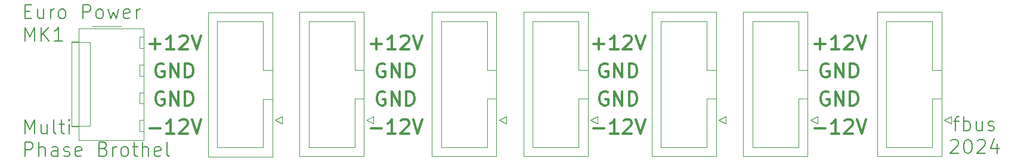
<source format=gbr>
%TF.GenerationSoftware,KiCad,Pcbnew,8.0.4*%
%TF.CreationDate,2024-08-26T11:17:31-06:00*%
%TF.ProjectId,modular-power-board,6d6f6475-6c61-4722-9d70-6f7765722d62,Mk One*%
%TF.SameCoordinates,Original*%
%TF.FileFunction,Legend,Top*%
%TF.FilePolarity,Positive*%
%FSLAX46Y46*%
G04 Gerber Fmt 4.6, Leading zero omitted, Abs format (unit mm)*
G04 Created by KiCad (PCBNEW 8.0.4) date 2024-08-26 11:17:31*
%MOMM*%
%LPD*%
G01*
G04 APERTURE LIST*
%ADD10C,0.150000*%
%ADD11C,0.300000*%
%ADD12C,0.120000*%
G04 APERTURE END LIST*
D10*
X71774874Y-109507494D02*
X71774874Y-107507494D01*
X71774874Y-107507494D02*
X72441541Y-108936065D01*
X72441541Y-108936065D02*
X73108207Y-107507494D01*
X73108207Y-107507494D02*
X73108207Y-109507494D01*
X74917731Y-108174160D02*
X74917731Y-109507494D01*
X74060588Y-108174160D02*
X74060588Y-109221779D01*
X74060588Y-109221779D02*
X74155826Y-109412256D01*
X74155826Y-109412256D02*
X74346302Y-109507494D01*
X74346302Y-109507494D02*
X74632017Y-109507494D01*
X74632017Y-109507494D02*
X74822493Y-109412256D01*
X74822493Y-109412256D02*
X74917731Y-109317017D01*
X76155826Y-109507494D02*
X75965350Y-109412256D01*
X75965350Y-109412256D02*
X75870112Y-109221779D01*
X75870112Y-109221779D02*
X75870112Y-107507494D01*
X76632017Y-108174160D02*
X77393921Y-108174160D01*
X76917731Y-107507494D02*
X76917731Y-109221779D01*
X76917731Y-109221779D02*
X77012969Y-109412256D01*
X77012969Y-109412256D02*
X77203445Y-109507494D01*
X77203445Y-109507494D02*
X77393921Y-109507494D01*
X78060588Y-109507494D02*
X78060588Y-108174160D01*
X78060588Y-107507494D02*
X77965350Y-107602732D01*
X77965350Y-107602732D02*
X78060588Y-107697970D01*
X78060588Y-107697970D02*
X78155826Y-107602732D01*
X78155826Y-107602732D02*
X78060588Y-107507494D01*
X78060588Y-107507494D02*
X78060588Y-107697970D01*
X71774874Y-112727382D02*
X71774874Y-110727382D01*
X71774874Y-110727382D02*
X72536779Y-110727382D01*
X72536779Y-110727382D02*
X72727255Y-110822620D01*
X72727255Y-110822620D02*
X72822493Y-110917858D01*
X72822493Y-110917858D02*
X72917731Y-111108334D01*
X72917731Y-111108334D02*
X72917731Y-111394048D01*
X72917731Y-111394048D02*
X72822493Y-111584524D01*
X72822493Y-111584524D02*
X72727255Y-111679763D01*
X72727255Y-111679763D02*
X72536779Y-111775001D01*
X72536779Y-111775001D02*
X71774874Y-111775001D01*
X73774874Y-112727382D02*
X73774874Y-110727382D01*
X74632017Y-112727382D02*
X74632017Y-111679763D01*
X74632017Y-111679763D02*
X74536779Y-111489286D01*
X74536779Y-111489286D02*
X74346303Y-111394048D01*
X74346303Y-111394048D02*
X74060588Y-111394048D01*
X74060588Y-111394048D02*
X73870112Y-111489286D01*
X73870112Y-111489286D02*
X73774874Y-111584524D01*
X76441541Y-112727382D02*
X76441541Y-111679763D01*
X76441541Y-111679763D02*
X76346303Y-111489286D01*
X76346303Y-111489286D02*
X76155827Y-111394048D01*
X76155827Y-111394048D02*
X75774874Y-111394048D01*
X75774874Y-111394048D02*
X75584398Y-111489286D01*
X76441541Y-112632144D02*
X76251065Y-112727382D01*
X76251065Y-112727382D02*
X75774874Y-112727382D01*
X75774874Y-112727382D02*
X75584398Y-112632144D01*
X75584398Y-112632144D02*
X75489160Y-112441667D01*
X75489160Y-112441667D02*
X75489160Y-112251191D01*
X75489160Y-112251191D02*
X75584398Y-112060715D01*
X75584398Y-112060715D02*
X75774874Y-111965477D01*
X75774874Y-111965477D02*
X76251065Y-111965477D01*
X76251065Y-111965477D02*
X76441541Y-111870239D01*
X77298684Y-112632144D02*
X77489160Y-112727382D01*
X77489160Y-112727382D02*
X77870112Y-112727382D01*
X77870112Y-112727382D02*
X78060589Y-112632144D01*
X78060589Y-112632144D02*
X78155827Y-112441667D01*
X78155827Y-112441667D02*
X78155827Y-112346429D01*
X78155827Y-112346429D02*
X78060589Y-112155953D01*
X78060589Y-112155953D02*
X77870112Y-112060715D01*
X77870112Y-112060715D02*
X77584398Y-112060715D01*
X77584398Y-112060715D02*
X77393922Y-111965477D01*
X77393922Y-111965477D02*
X77298684Y-111775001D01*
X77298684Y-111775001D02*
X77298684Y-111679763D01*
X77298684Y-111679763D02*
X77393922Y-111489286D01*
X77393922Y-111489286D02*
X77584398Y-111394048D01*
X77584398Y-111394048D02*
X77870112Y-111394048D01*
X77870112Y-111394048D02*
X78060589Y-111489286D01*
X79774875Y-112632144D02*
X79584399Y-112727382D01*
X79584399Y-112727382D02*
X79203446Y-112727382D01*
X79203446Y-112727382D02*
X79012970Y-112632144D01*
X79012970Y-112632144D02*
X78917732Y-112441667D01*
X78917732Y-112441667D02*
X78917732Y-111679763D01*
X78917732Y-111679763D02*
X79012970Y-111489286D01*
X79012970Y-111489286D02*
X79203446Y-111394048D01*
X79203446Y-111394048D02*
X79584399Y-111394048D01*
X79584399Y-111394048D02*
X79774875Y-111489286D01*
X79774875Y-111489286D02*
X79870113Y-111679763D01*
X79870113Y-111679763D02*
X79870113Y-111870239D01*
X79870113Y-111870239D02*
X78917732Y-112060715D01*
X82917733Y-111679763D02*
X83203447Y-111775001D01*
X83203447Y-111775001D02*
X83298685Y-111870239D01*
X83298685Y-111870239D02*
X83393923Y-112060715D01*
X83393923Y-112060715D02*
X83393923Y-112346429D01*
X83393923Y-112346429D02*
X83298685Y-112536905D01*
X83298685Y-112536905D02*
X83203447Y-112632144D01*
X83203447Y-112632144D02*
X83012971Y-112727382D01*
X83012971Y-112727382D02*
X82251066Y-112727382D01*
X82251066Y-112727382D02*
X82251066Y-110727382D01*
X82251066Y-110727382D02*
X82917733Y-110727382D01*
X82917733Y-110727382D02*
X83108209Y-110822620D01*
X83108209Y-110822620D02*
X83203447Y-110917858D01*
X83203447Y-110917858D02*
X83298685Y-111108334D01*
X83298685Y-111108334D02*
X83298685Y-111298810D01*
X83298685Y-111298810D02*
X83203447Y-111489286D01*
X83203447Y-111489286D02*
X83108209Y-111584524D01*
X83108209Y-111584524D02*
X82917733Y-111679763D01*
X82917733Y-111679763D02*
X82251066Y-111679763D01*
X84251066Y-112727382D02*
X84251066Y-111394048D01*
X84251066Y-111775001D02*
X84346304Y-111584524D01*
X84346304Y-111584524D02*
X84441542Y-111489286D01*
X84441542Y-111489286D02*
X84632018Y-111394048D01*
X84632018Y-111394048D02*
X84822495Y-111394048D01*
X85774875Y-112727382D02*
X85584399Y-112632144D01*
X85584399Y-112632144D02*
X85489161Y-112536905D01*
X85489161Y-112536905D02*
X85393923Y-112346429D01*
X85393923Y-112346429D02*
X85393923Y-111775001D01*
X85393923Y-111775001D02*
X85489161Y-111584524D01*
X85489161Y-111584524D02*
X85584399Y-111489286D01*
X85584399Y-111489286D02*
X85774875Y-111394048D01*
X85774875Y-111394048D02*
X86060590Y-111394048D01*
X86060590Y-111394048D02*
X86251066Y-111489286D01*
X86251066Y-111489286D02*
X86346304Y-111584524D01*
X86346304Y-111584524D02*
X86441542Y-111775001D01*
X86441542Y-111775001D02*
X86441542Y-112346429D01*
X86441542Y-112346429D02*
X86346304Y-112536905D01*
X86346304Y-112536905D02*
X86251066Y-112632144D01*
X86251066Y-112632144D02*
X86060590Y-112727382D01*
X86060590Y-112727382D02*
X85774875Y-112727382D01*
X87012971Y-111394048D02*
X87774875Y-111394048D01*
X87298685Y-110727382D02*
X87298685Y-112441667D01*
X87298685Y-112441667D02*
X87393923Y-112632144D01*
X87393923Y-112632144D02*
X87584399Y-112727382D01*
X87584399Y-112727382D02*
X87774875Y-112727382D01*
X88441542Y-112727382D02*
X88441542Y-110727382D01*
X89298685Y-112727382D02*
X89298685Y-111679763D01*
X89298685Y-111679763D02*
X89203447Y-111489286D01*
X89203447Y-111489286D02*
X89012971Y-111394048D01*
X89012971Y-111394048D02*
X88727256Y-111394048D01*
X88727256Y-111394048D02*
X88536780Y-111489286D01*
X88536780Y-111489286D02*
X88441542Y-111584524D01*
X91012971Y-112632144D02*
X90822495Y-112727382D01*
X90822495Y-112727382D02*
X90441542Y-112727382D01*
X90441542Y-112727382D02*
X90251066Y-112632144D01*
X90251066Y-112632144D02*
X90155828Y-112441667D01*
X90155828Y-112441667D02*
X90155828Y-111679763D01*
X90155828Y-111679763D02*
X90251066Y-111489286D01*
X90251066Y-111489286D02*
X90441542Y-111394048D01*
X90441542Y-111394048D02*
X90822495Y-111394048D01*
X90822495Y-111394048D02*
X91012971Y-111489286D01*
X91012971Y-111489286D02*
X91108209Y-111679763D01*
X91108209Y-111679763D02*
X91108209Y-111870239D01*
X91108209Y-111870239D02*
X90155828Y-112060715D01*
X92251066Y-112727382D02*
X92060590Y-112632144D01*
X92060590Y-112632144D02*
X91965352Y-112441667D01*
X91965352Y-112441667D02*
X91965352Y-110727382D01*
X203600000Y-107774160D02*
X204361904Y-107774160D01*
X203885714Y-109107494D02*
X203885714Y-107393208D01*
X203885714Y-107393208D02*
X203980952Y-107202732D01*
X203980952Y-107202732D02*
X204171428Y-107107494D01*
X204171428Y-107107494D02*
X204361904Y-107107494D01*
X205028571Y-109107494D02*
X205028571Y-107107494D01*
X205028571Y-107869398D02*
X205219047Y-107774160D01*
X205219047Y-107774160D02*
X205600000Y-107774160D01*
X205600000Y-107774160D02*
X205790476Y-107869398D01*
X205790476Y-107869398D02*
X205885714Y-107964636D01*
X205885714Y-107964636D02*
X205980952Y-108155113D01*
X205980952Y-108155113D02*
X205980952Y-108726541D01*
X205980952Y-108726541D02*
X205885714Y-108917017D01*
X205885714Y-108917017D02*
X205790476Y-109012256D01*
X205790476Y-109012256D02*
X205600000Y-109107494D01*
X205600000Y-109107494D02*
X205219047Y-109107494D01*
X205219047Y-109107494D02*
X205028571Y-109012256D01*
X207695238Y-107774160D02*
X207695238Y-109107494D01*
X206838095Y-107774160D02*
X206838095Y-108821779D01*
X206838095Y-108821779D02*
X206933333Y-109012256D01*
X206933333Y-109012256D02*
X207123809Y-109107494D01*
X207123809Y-109107494D02*
X207409524Y-109107494D01*
X207409524Y-109107494D02*
X207600000Y-109012256D01*
X207600000Y-109012256D02*
X207695238Y-108917017D01*
X208552381Y-109012256D02*
X208742857Y-109107494D01*
X208742857Y-109107494D02*
X209123809Y-109107494D01*
X209123809Y-109107494D02*
X209314286Y-109012256D01*
X209314286Y-109012256D02*
X209409524Y-108821779D01*
X209409524Y-108821779D02*
X209409524Y-108726541D01*
X209409524Y-108726541D02*
X209314286Y-108536065D01*
X209314286Y-108536065D02*
X209123809Y-108440827D01*
X209123809Y-108440827D02*
X208838095Y-108440827D01*
X208838095Y-108440827D02*
X208647619Y-108345589D01*
X208647619Y-108345589D02*
X208552381Y-108155113D01*
X208552381Y-108155113D02*
X208552381Y-108059875D01*
X208552381Y-108059875D02*
X208647619Y-107869398D01*
X208647619Y-107869398D02*
X208838095Y-107774160D01*
X208838095Y-107774160D02*
X209123809Y-107774160D01*
X209123809Y-107774160D02*
X209314286Y-107869398D01*
X203171428Y-110517858D02*
X203266666Y-110422620D01*
X203266666Y-110422620D02*
X203457142Y-110327382D01*
X203457142Y-110327382D02*
X203933333Y-110327382D01*
X203933333Y-110327382D02*
X204123809Y-110422620D01*
X204123809Y-110422620D02*
X204219047Y-110517858D01*
X204219047Y-110517858D02*
X204314285Y-110708334D01*
X204314285Y-110708334D02*
X204314285Y-110898810D01*
X204314285Y-110898810D02*
X204219047Y-111184524D01*
X204219047Y-111184524D02*
X203076190Y-112327382D01*
X203076190Y-112327382D02*
X204314285Y-112327382D01*
X205552380Y-110327382D02*
X205742857Y-110327382D01*
X205742857Y-110327382D02*
X205933333Y-110422620D01*
X205933333Y-110422620D02*
X206028571Y-110517858D01*
X206028571Y-110517858D02*
X206123809Y-110708334D01*
X206123809Y-110708334D02*
X206219047Y-111089286D01*
X206219047Y-111089286D02*
X206219047Y-111565477D01*
X206219047Y-111565477D02*
X206123809Y-111946429D01*
X206123809Y-111946429D02*
X206028571Y-112136905D01*
X206028571Y-112136905D02*
X205933333Y-112232144D01*
X205933333Y-112232144D02*
X205742857Y-112327382D01*
X205742857Y-112327382D02*
X205552380Y-112327382D01*
X205552380Y-112327382D02*
X205361904Y-112232144D01*
X205361904Y-112232144D02*
X205266666Y-112136905D01*
X205266666Y-112136905D02*
X205171428Y-111946429D01*
X205171428Y-111946429D02*
X205076190Y-111565477D01*
X205076190Y-111565477D02*
X205076190Y-111089286D01*
X205076190Y-111089286D02*
X205171428Y-110708334D01*
X205171428Y-110708334D02*
X205266666Y-110517858D01*
X205266666Y-110517858D02*
X205361904Y-110422620D01*
X205361904Y-110422620D02*
X205552380Y-110327382D01*
X206980952Y-110517858D02*
X207076190Y-110422620D01*
X207076190Y-110422620D02*
X207266666Y-110327382D01*
X207266666Y-110327382D02*
X207742857Y-110327382D01*
X207742857Y-110327382D02*
X207933333Y-110422620D01*
X207933333Y-110422620D02*
X208028571Y-110517858D01*
X208028571Y-110517858D02*
X208123809Y-110708334D01*
X208123809Y-110708334D02*
X208123809Y-110898810D01*
X208123809Y-110898810D02*
X208028571Y-111184524D01*
X208028571Y-111184524D02*
X206885714Y-112327382D01*
X206885714Y-112327382D02*
X208123809Y-112327382D01*
X209838095Y-110994048D02*
X209838095Y-112327382D01*
X209361904Y-110232144D02*
X208885714Y-111660715D01*
X208885714Y-111660715D02*
X210123809Y-111660715D01*
D11*
X120876190Y-108747733D02*
X122400000Y-108747733D01*
X124399999Y-109509638D02*
X123257142Y-109509638D01*
X123828570Y-109509638D02*
X123828570Y-107509638D01*
X123828570Y-107509638D02*
X123638094Y-107795352D01*
X123638094Y-107795352D02*
X123447618Y-107985828D01*
X123447618Y-107985828D02*
X123257142Y-108081066D01*
X125161904Y-107700114D02*
X125257142Y-107604876D01*
X125257142Y-107604876D02*
X125447618Y-107509638D01*
X125447618Y-107509638D02*
X125923809Y-107509638D01*
X125923809Y-107509638D02*
X126114285Y-107604876D01*
X126114285Y-107604876D02*
X126209523Y-107700114D01*
X126209523Y-107700114D02*
X126304761Y-107890590D01*
X126304761Y-107890590D02*
X126304761Y-108081066D01*
X126304761Y-108081066D02*
X126209523Y-108366780D01*
X126209523Y-108366780D02*
X125066666Y-109509638D01*
X125066666Y-109509638D02*
X126304761Y-109509638D01*
X126876190Y-107509638D02*
X127542856Y-109509638D01*
X127542856Y-109509638D02*
X128209523Y-107509638D01*
X122876190Y-99604876D02*
X122685714Y-99509638D01*
X122685714Y-99509638D02*
X122400000Y-99509638D01*
X122400000Y-99509638D02*
X122114285Y-99604876D01*
X122114285Y-99604876D02*
X121923809Y-99795352D01*
X121923809Y-99795352D02*
X121828571Y-99985828D01*
X121828571Y-99985828D02*
X121733333Y-100366780D01*
X121733333Y-100366780D02*
X121733333Y-100652495D01*
X121733333Y-100652495D02*
X121828571Y-101033447D01*
X121828571Y-101033447D02*
X121923809Y-101223923D01*
X121923809Y-101223923D02*
X122114285Y-101414400D01*
X122114285Y-101414400D02*
X122400000Y-101509638D01*
X122400000Y-101509638D02*
X122590476Y-101509638D01*
X122590476Y-101509638D02*
X122876190Y-101414400D01*
X122876190Y-101414400D02*
X122971428Y-101319161D01*
X122971428Y-101319161D02*
X122971428Y-100652495D01*
X122971428Y-100652495D02*
X122590476Y-100652495D01*
X123828571Y-101509638D02*
X123828571Y-99509638D01*
X123828571Y-99509638D02*
X124971428Y-101509638D01*
X124971428Y-101509638D02*
X124971428Y-99509638D01*
X125923809Y-101509638D02*
X125923809Y-99509638D01*
X125923809Y-99509638D02*
X126399999Y-99509638D01*
X126399999Y-99509638D02*
X126685714Y-99604876D01*
X126685714Y-99604876D02*
X126876190Y-99795352D01*
X126876190Y-99795352D02*
X126971428Y-99985828D01*
X126971428Y-99985828D02*
X127066666Y-100366780D01*
X127066666Y-100366780D02*
X127066666Y-100652495D01*
X127066666Y-100652495D02*
X126971428Y-101033447D01*
X126971428Y-101033447D02*
X126876190Y-101223923D01*
X126876190Y-101223923D02*
X126685714Y-101414400D01*
X126685714Y-101414400D02*
X126399999Y-101509638D01*
X126399999Y-101509638D02*
X125923809Y-101509638D01*
X89476190Y-96747733D02*
X91000000Y-96747733D01*
X90238095Y-97509638D02*
X90238095Y-95985828D01*
X92999999Y-97509638D02*
X91857142Y-97509638D01*
X92428570Y-97509638D02*
X92428570Y-95509638D01*
X92428570Y-95509638D02*
X92238094Y-95795352D01*
X92238094Y-95795352D02*
X92047618Y-95985828D01*
X92047618Y-95985828D02*
X91857142Y-96081066D01*
X93761904Y-95700114D02*
X93857142Y-95604876D01*
X93857142Y-95604876D02*
X94047618Y-95509638D01*
X94047618Y-95509638D02*
X94523809Y-95509638D01*
X94523809Y-95509638D02*
X94714285Y-95604876D01*
X94714285Y-95604876D02*
X94809523Y-95700114D01*
X94809523Y-95700114D02*
X94904761Y-95890590D01*
X94904761Y-95890590D02*
X94904761Y-96081066D01*
X94904761Y-96081066D02*
X94809523Y-96366780D01*
X94809523Y-96366780D02*
X93666666Y-97509638D01*
X93666666Y-97509638D02*
X94904761Y-97509638D01*
X95476190Y-95509638D02*
X96142856Y-97509638D01*
X96142856Y-97509638D02*
X96809523Y-95509638D01*
X185876190Y-99604876D02*
X185685714Y-99509638D01*
X185685714Y-99509638D02*
X185400000Y-99509638D01*
X185400000Y-99509638D02*
X185114285Y-99604876D01*
X185114285Y-99604876D02*
X184923809Y-99795352D01*
X184923809Y-99795352D02*
X184828571Y-99985828D01*
X184828571Y-99985828D02*
X184733333Y-100366780D01*
X184733333Y-100366780D02*
X184733333Y-100652495D01*
X184733333Y-100652495D02*
X184828571Y-101033447D01*
X184828571Y-101033447D02*
X184923809Y-101223923D01*
X184923809Y-101223923D02*
X185114285Y-101414400D01*
X185114285Y-101414400D02*
X185400000Y-101509638D01*
X185400000Y-101509638D02*
X185590476Y-101509638D01*
X185590476Y-101509638D02*
X185876190Y-101414400D01*
X185876190Y-101414400D02*
X185971428Y-101319161D01*
X185971428Y-101319161D02*
X185971428Y-100652495D01*
X185971428Y-100652495D02*
X185590476Y-100652495D01*
X186828571Y-101509638D02*
X186828571Y-99509638D01*
X186828571Y-99509638D02*
X187971428Y-101509638D01*
X187971428Y-101509638D02*
X187971428Y-99509638D01*
X188923809Y-101509638D02*
X188923809Y-99509638D01*
X188923809Y-99509638D02*
X189399999Y-99509638D01*
X189399999Y-99509638D02*
X189685714Y-99604876D01*
X189685714Y-99604876D02*
X189876190Y-99795352D01*
X189876190Y-99795352D02*
X189971428Y-99985828D01*
X189971428Y-99985828D02*
X190066666Y-100366780D01*
X190066666Y-100366780D02*
X190066666Y-100652495D01*
X190066666Y-100652495D02*
X189971428Y-101033447D01*
X189971428Y-101033447D02*
X189876190Y-101223923D01*
X189876190Y-101223923D02*
X189685714Y-101414400D01*
X189685714Y-101414400D02*
X189399999Y-101509638D01*
X189399999Y-101509638D02*
X188923809Y-101509638D01*
X154476190Y-99604876D02*
X154285714Y-99509638D01*
X154285714Y-99509638D02*
X154000000Y-99509638D01*
X154000000Y-99509638D02*
X153714285Y-99604876D01*
X153714285Y-99604876D02*
X153523809Y-99795352D01*
X153523809Y-99795352D02*
X153428571Y-99985828D01*
X153428571Y-99985828D02*
X153333333Y-100366780D01*
X153333333Y-100366780D02*
X153333333Y-100652495D01*
X153333333Y-100652495D02*
X153428571Y-101033447D01*
X153428571Y-101033447D02*
X153523809Y-101223923D01*
X153523809Y-101223923D02*
X153714285Y-101414400D01*
X153714285Y-101414400D02*
X154000000Y-101509638D01*
X154000000Y-101509638D02*
X154190476Y-101509638D01*
X154190476Y-101509638D02*
X154476190Y-101414400D01*
X154476190Y-101414400D02*
X154571428Y-101319161D01*
X154571428Y-101319161D02*
X154571428Y-100652495D01*
X154571428Y-100652495D02*
X154190476Y-100652495D01*
X155428571Y-101509638D02*
X155428571Y-99509638D01*
X155428571Y-99509638D02*
X156571428Y-101509638D01*
X156571428Y-101509638D02*
X156571428Y-99509638D01*
X157523809Y-101509638D02*
X157523809Y-99509638D01*
X157523809Y-99509638D02*
X157999999Y-99509638D01*
X157999999Y-99509638D02*
X158285714Y-99604876D01*
X158285714Y-99604876D02*
X158476190Y-99795352D01*
X158476190Y-99795352D02*
X158571428Y-99985828D01*
X158571428Y-99985828D02*
X158666666Y-100366780D01*
X158666666Y-100366780D02*
X158666666Y-100652495D01*
X158666666Y-100652495D02*
X158571428Y-101033447D01*
X158571428Y-101033447D02*
X158476190Y-101223923D01*
X158476190Y-101223923D02*
X158285714Y-101414400D01*
X158285714Y-101414400D02*
X157999999Y-101509638D01*
X157999999Y-101509638D02*
X157523809Y-101509638D01*
X91476190Y-103604876D02*
X91285714Y-103509638D01*
X91285714Y-103509638D02*
X91000000Y-103509638D01*
X91000000Y-103509638D02*
X90714285Y-103604876D01*
X90714285Y-103604876D02*
X90523809Y-103795352D01*
X90523809Y-103795352D02*
X90428571Y-103985828D01*
X90428571Y-103985828D02*
X90333333Y-104366780D01*
X90333333Y-104366780D02*
X90333333Y-104652495D01*
X90333333Y-104652495D02*
X90428571Y-105033447D01*
X90428571Y-105033447D02*
X90523809Y-105223923D01*
X90523809Y-105223923D02*
X90714285Y-105414400D01*
X90714285Y-105414400D02*
X91000000Y-105509638D01*
X91000000Y-105509638D02*
X91190476Y-105509638D01*
X91190476Y-105509638D02*
X91476190Y-105414400D01*
X91476190Y-105414400D02*
X91571428Y-105319161D01*
X91571428Y-105319161D02*
X91571428Y-104652495D01*
X91571428Y-104652495D02*
X91190476Y-104652495D01*
X92428571Y-105509638D02*
X92428571Y-103509638D01*
X92428571Y-103509638D02*
X93571428Y-105509638D01*
X93571428Y-105509638D02*
X93571428Y-103509638D01*
X94523809Y-105509638D02*
X94523809Y-103509638D01*
X94523809Y-103509638D02*
X94999999Y-103509638D01*
X94999999Y-103509638D02*
X95285714Y-103604876D01*
X95285714Y-103604876D02*
X95476190Y-103795352D01*
X95476190Y-103795352D02*
X95571428Y-103985828D01*
X95571428Y-103985828D02*
X95666666Y-104366780D01*
X95666666Y-104366780D02*
X95666666Y-104652495D01*
X95666666Y-104652495D02*
X95571428Y-105033447D01*
X95571428Y-105033447D02*
X95476190Y-105223923D01*
X95476190Y-105223923D02*
X95285714Y-105414400D01*
X95285714Y-105414400D02*
X94999999Y-105509638D01*
X94999999Y-105509638D02*
X94523809Y-105509638D01*
X183876190Y-108747733D02*
X185400000Y-108747733D01*
X187399999Y-109509638D02*
X186257142Y-109509638D01*
X186828570Y-109509638D02*
X186828570Y-107509638D01*
X186828570Y-107509638D02*
X186638094Y-107795352D01*
X186638094Y-107795352D02*
X186447618Y-107985828D01*
X186447618Y-107985828D02*
X186257142Y-108081066D01*
X188161904Y-107700114D02*
X188257142Y-107604876D01*
X188257142Y-107604876D02*
X188447618Y-107509638D01*
X188447618Y-107509638D02*
X188923809Y-107509638D01*
X188923809Y-107509638D02*
X189114285Y-107604876D01*
X189114285Y-107604876D02*
X189209523Y-107700114D01*
X189209523Y-107700114D02*
X189304761Y-107890590D01*
X189304761Y-107890590D02*
X189304761Y-108081066D01*
X189304761Y-108081066D02*
X189209523Y-108366780D01*
X189209523Y-108366780D02*
X188066666Y-109509638D01*
X188066666Y-109509638D02*
X189304761Y-109509638D01*
X189876190Y-107509638D02*
X190542856Y-109509638D01*
X190542856Y-109509638D02*
X191209523Y-107509638D01*
X183876190Y-96747733D02*
X185400000Y-96747733D01*
X184638095Y-97509638D02*
X184638095Y-95985828D01*
X187399999Y-97509638D02*
X186257142Y-97509638D01*
X186828570Y-97509638D02*
X186828570Y-95509638D01*
X186828570Y-95509638D02*
X186638094Y-95795352D01*
X186638094Y-95795352D02*
X186447618Y-95985828D01*
X186447618Y-95985828D02*
X186257142Y-96081066D01*
X188161904Y-95700114D02*
X188257142Y-95604876D01*
X188257142Y-95604876D02*
X188447618Y-95509638D01*
X188447618Y-95509638D02*
X188923809Y-95509638D01*
X188923809Y-95509638D02*
X189114285Y-95604876D01*
X189114285Y-95604876D02*
X189209523Y-95700114D01*
X189209523Y-95700114D02*
X189304761Y-95890590D01*
X189304761Y-95890590D02*
X189304761Y-96081066D01*
X189304761Y-96081066D02*
X189209523Y-96366780D01*
X189209523Y-96366780D02*
X188066666Y-97509638D01*
X188066666Y-97509638D02*
X189304761Y-97509638D01*
X189876190Y-95509638D02*
X190542856Y-97509638D01*
X190542856Y-97509638D02*
X191209523Y-95509638D01*
X152476190Y-96747733D02*
X154000000Y-96747733D01*
X153238095Y-97509638D02*
X153238095Y-95985828D01*
X155999999Y-97509638D02*
X154857142Y-97509638D01*
X155428570Y-97509638D02*
X155428570Y-95509638D01*
X155428570Y-95509638D02*
X155238094Y-95795352D01*
X155238094Y-95795352D02*
X155047618Y-95985828D01*
X155047618Y-95985828D02*
X154857142Y-96081066D01*
X156761904Y-95700114D02*
X156857142Y-95604876D01*
X156857142Y-95604876D02*
X157047618Y-95509638D01*
X157047618Y-95509638D02*
X157523809Y-95509638D01*
X157523809Y-95509638D02*
X157714285Y-95604876D01*
X157714285Y-95604876D02*
X157809523Y-95700114D01*
X157809523Y-95700114D02*
X157904761Y-95890590D01*
X157904761Y-95890590D02*
X157904761Y-96081066D01*
X157904761Y-96081066D02*
X157809523Y-96366780D01*
X157809523Y-96366780D02*
X156666666Y-97509638D01*
X156666666Y-97509638D02*
X157904761Y-97509638D01*
X158476190Y-95509638D02*
X159142856Y-97509638D01*
X159142856Y-97509638D02*
X159809523Y-95509638D01*
X120876190Y-96747733D02*
X122400000Y-96747733D01*
X121638095Y-97509638D02*
X121638095Y-95985828D01*
X124399999Y-97509638D02*
X123257142Y-97509638D01*
X123828570Y-97509638D02*
X123828570Y-95509638D01*
X123828570Y-95509638D02*
X123638094Y-95795352D01*
X123638094Y-95795352D02*
X123447618Y-95985828D01*
X123447618Y-95985828D02*
X123257142Y-96081066D01*
X125161904Y-95700114D02*
X125257142Y-95604876D01*
X125257142Y-95604876D02*
X125447618Y-95509638D01*
X125447618Y-95509638D02*
X125923809Y-95509638D01*
X125923809Y-95509638D02*
X126114285Y-95604876D01*
X126114285Y-95604876D02*
X126209523Y-95700114D01*
X126209523Y-95700114D02*
X126304761Y-95890590D01*
X126304761Y-95890590D02*
X126304761Y-96081066D01*
X126304761Y-96081066D02*
X126209523Y-96366780D01*
X126209523Y-96366780D02*
X125066666Y-97509638D01*
X125066666Y-97509638D02*
X126304761Y-97509638D01*
X126876190Y-95509638D02*
X127542856Y-97509638D01*
X127542856Y-97509638D02*
X128209523Y-95509638D01*
X122876190Y-103604876D02*
X122685714Y-103509638D01*
X122685714Y-103509638D02*
X122400000Y-103509638D01*
X122400000Y-103509638D02*
X122114285Y-103604876D01*
X122114285Y-103604876D02*
X121923809Y-103795352D01*
X121923809Y-103795352D02*
X121828571Y-103985828D01*
X121828571Y-103985828D02*
X121733333Y-104366780D01*
X121733333Y-104366780D02*
X121733333Y-104652495D01*
X121733333Y-104652495D02*
X121828571Y-105033447D01*
X121828571Y-105033447D02*
X121923809Y-105223923D01*
X121923809Y-105223923D02*
X122114285Y-105414400D01*
X122114285Y-105414400D02*
X122400000Y-105509638D01*
X122400000Y-105509638D02*
X122590476Y-105509638D01*
X122590476Y-105509638D02*
X122876190Y-105414400D01*
X122876190Y-105414400D02*
X122971428Y-105319161D01*
X122971428Y-105319161D02*
X122971428Y-104652495D01*
X122971428Y-104652495D02*
X122590476Y-104652495D01*
X123828571Y-105509638D02*
X123828571Y-103509638D01*
X123828571Y-103509638D02*
X124971428Y-105509638D01*
X124971428Y-105509638D02*
X124971428Y-103509638D01*
X125923809Y-105509638D02*
X125923809Y-103509638D01*
X125923809Y-103509638D02*
X126399999Y-103509638D01*
X126399999Y-103509638D02*
X126685714Y-103604876D01*
X126685714Y-103604876D02*
X126876190Y-103795352D01*
X126876190Y-103795352D02*
X126971428Y-103985828D01*
X126971428Y-103985828D02*
X127066666Y-104366780D01*
X127066666Y-104366780D02*
X127066666Y-104652495D01*
X127066666Y-104652495D02*
X126971428Y-105033447D01*
X126971428Y-105033447D02*
X126876190Y-105223923D01*
X126876190Y-105223923D02*
X126685714Y-105414400D01*
X126685714Y-105414400D02*
X126399999Y-105509638D01*
X126399999Y-105509638D02*
X125923809Y-105509638D01*
X89476190Y-108747733D02*
X91000000Y-108747733D01*
X92999999Y-109509638D02*
X91857142Y-109509638D01*
X92428570Y-109509638D02*
X92428570Y-107509638D01*
X92428570Y-107509638D02*
X92238094Y-107795352D01*
X92238094Y-107795352D02*
X92047618Y-107985828D01*
X92047618Y-107985828D02*
X91857142Y-108081066D01*
X93761904Y-107700114D02*
X93857142Y-107604876D01*
X93857142Y-107604876D02*
X94047618Y-107509638D01*
X94047618Y-107509638D02*
X94523809Y-107509638D01*
X94523809Y-107509638D02*
X94714285Y-107604876D01*
X94714285Y-107604876D02*
X94809523Y-107700114D01*
X94809523Y-107700114D02*
X94904761Y-107890590D01*
X94904761Y-107890590D02*
X94904761Y-108081066D01*
X94904761Y-108081066D02*
X94809523Y-108366780D01*
X94809523Y-108366780D02*
X93666666Y-109509638D01*
X93666666Y-109509638D02*
X94904761Y-109509638D01*
X95476190Y-107509638D02*
X96142856Y-109509638D01*
X96142856Y-109509638D02*
X96809523Y-107509638D01*
X154476190Y-103604876D02*
X154285714Y-103509638D01*
X154285714Y-103509638D02*
X154000000Y-103509638D01*
X154000000Y-103509638D02*
X153714285Y-103604876D01*
X153714285Y-103604876D02*
X153523809Y-103795352D01*
X153523809Y-103795352D02*
X153428571Y-103985828D01*
X153428571Y-103985828D02*
X153333333Y-104366780D01*
X153333333Y-104366780D02*
X153333333Y-104652495D01*
X153333333Y-104652495D02*
X153428571Y-105033447D01*
X153428571Y-105033447D02*
X153523809Y-105223923D01*
X153523809Y-105223923D02*
X153714285Y-105414400D01*
X153714285Y-105414400D02*
X154000000Y-105509638D01*
X154000000Y-105509638D02*
X154190476Y-105509638D01*
X154190476Y-105509638D02*
X154476190Y-105414400D01*
X154476190Y-105414400D02*
X154571428Y-105319161D01*
X154571428Y-105319161D02*
X154571428Y-104652495D01*
X154571428Y-104652495D02*
X154190476Y-104652495D01*
X155428571Y-105509638D02*
X155428571Y-103509638D01*
X155428571Y-103509638D02*
X156571428Y-105509638D01*
X156571428Y-105509638D02*
X156571428Y-103509638D01*
X157523809Y-105509638D02*
X157523809Y-103509638D01*
X157523809Y-103509638D02*
X157999999Y-103509638D01*
X157999999Y-103509638D02*
X158285714Y-103604876D01*
X158285714Y-103604876D02*
X158476190Y-103795352D01*
X158476190Y-103795352D02*
X158571428Y-103985828D01*
X158571428Y-103985828D02*
X158666666Y-104366780D01*
X158666666Y-104366780D02*
X158666666Y-104652495D01*
X158666666Y-104652495D02*
X158571428Y-105033447D01*
X158571428Y-105033447D02*
X158476190Y-105223923D01*
X158476190Y-105223923D02*
X158285714Y-105414400D01*
X158285714Y-105414400D02*
X157999999Y-105509638D01*
X157999999Y-105509638D02*
X157523809Y-105509638D01*
X152476190Y-108747733D02*
X154000000Y-108747733D01*
X155999999Y-109509638D02*
X154857142Y-109509638D01*
X155428570Y-109509638D02*
X155428570Y-107509638D01*
X155428570Y-107509638D02*
X155238094Y-107795352D01*
X155238094Y-107795352D02*
X155047618Y-107985828D01*
X155047618Y-107985828D02*
X154857142Y-108081066D01*
X156761904Y-107700114D02*
X156857142Y-107604876D01*
X156857142Y-107604876D02*
X157047618Y-107509638D01*
X157047618Y-107509638D02*
X157523809Y-107509638D01*
X157523809Y-107509638D02*
X157714285Y-107604876D01*
X157714285Y-107604876D02*
X157809523Y-107700114D01*
X157809523Y-107700114D02*
X157904761Y-107890590D01*
X157904761Y-107890590D02*
X157904761Y-108081066D01*
X157904761Y-108081066D02*
X157809523Y-108366780D01*
X157809523Y-108366780D02*
X156666666Y-109509638D01*
X156666666Y-109509638D02*
X157904761Y-109509638D01*
X158476190Y-107509638D02*
X159142856Y-109509638D01*
X159142856Y-109509638D02*
X159809523Y-107509638D01*
X185876190Y-103604876D02*
X185685714Y-103509638D01*
X185685714Y-103509638D02*
X185400000Y-103509638D01*
X185400000Y-103509638D02*
X185114285Y-103604876D01*
X185114285Y-103604876D02*
X184923809Y-103795352D01*
X184923809Y-103795352D02*
X184828571Y-103985828D01*
X184828571Y-103985828D02*
X184733333Y-104366780D01*
X184733333Y-104366780D02*
X184733333Y-104652495D01*
X184733333Y-104652495D02*
X184828571Y-105033447D01*
X184828571Y-105033447D02*
X184923809Y-105223923D01*
X184923809Y-105223923D02*
X185114285Y-105414400D01*
X185114285Y-105414400D02*
X185400000Y-105509638D01*
X185400000Y-105509638D02*
X185590476Y-105509638D01*
X185590476Y-105509638D02*
X185876190Y-105414400D01*
X185876190Y-105414400D02*
X185971428Y-105319161D01*
X185971428Y-105319161D02*
X185971428Y-104652495D01*
X185971428Y-104652495D02*
X185590476Y-104652495D01*
X186828571Y-105509638D02*
X186828571Y-103509638D01*
X186828571Y-103509638D02*
X187971428Y-105509638D01*
X187971428Y-105509638D02*
X187971428Y-103509638D01*
X188923809Y-105509638D02*
X188923809Y-103509638D01*
X188923809Y-103509638D02*
X189399999Y-103509638D01*
X189399999Y-103509638D02*
X189685714Y-103604876D01*
X189685714Y-103604876D02*
X189876190Y-103795352D01*
X189876190Y-103795352D02*
X189971428Y-103985828D01*
X189971428Y-103985828D02*
X190066666Y-104366780D01*
X190066666Y-104366780D02*
X190066666Y-104652495D01*
X190066666Y-104652495D02*
X189971428Y-105033447D01*
X189971428Y-105033447D02*
X189876190Y-105223923D01*
X189876190Y-105223923D02*
X189685714Y-105414400D01*
X189685714Y-105414400D02*
X189399999Y-105509638D01*
X189399999Y-105509638D02*
X188923809Y-105509638D01*
X91476190Y-99604876D02*
X91285714Y-99509638D01*
X91285714Y-99509638D02*
X91000000Y-99509638D01*
X91000000Y-99509638D02*
X90714285Y-99604876D01*
X90714285Y-99604876D02*
X90523809Y-99795352D01*
X90523809Y-99795352D02*
X90428571Y-99985828D01*
X90428571Y-99985828D02*
X90333333Y-100366780D01*
X90333333Y-100366780D02*
X90333333Y-100652495D01*
X90333333Y-100652495D02*
X90428571Y-101033447D01*
X90428571Y-101033447D02*
X90523809Y-101223923D01*
X90523809Y-101223923D02*
X90714285Y-101414400D01*
X90714285Y-101414400D02*
X91000000Y-101509638D01*
X91000000Y-101509638D02*
X91190476Y-101509638D01*
X91190476Y-101509638D02*
X91476190Y-101414400D01*
X91476190Y-101414400D02*
X91571428Y-101319161D01*
X91571428Y-101319161D02*
X91571428Y-100652495D01*
X91571428Y-100652495D02*
X91190476Y-100652495D01*
X92428571Y-101509638D02*
X92428571Y-99509638D01*
X92428571Y-99509638D02*
X93571428Y-101509638D01*
X93571428Y-101509638D02*
X93571428Y-99509638D01*
X94523809Y-101509638D02*
X94523809Y-99509638D01*
X94523809Y-99509638D02*
X94999999Y-99509638D01*
X94999999Y-99509638D02*
X95285714Y-99604876D01*
X95285714Y-99604876D02*
X95476190Y-99795352D01*
X95476190Y-99795352D02*
X95571428Y-99985828D01*
X95571428Y-99985828D02*
X95666666Y-100366780D01*
X95666666Y-100366780D02*
X95666666Y-100652495D01*
X95666666Y-100652495D02*
X95571428Y-101033447D01*
X95571428Y-101033447D02*
X95476190Y-101223923D01*
X95476190Y-101223923D02*
X95285714Y-101414400D01*
X95285714Y-101414400D02*
X94999999Y-101509638D01*
X94999999Y-101509638D02*
X94523809Y-101509638D01*
D10*
X71774874Y-92059875D02*
X72441541Y-92059875D01*
X72727255Y-93107494D02*
X71774874Y-93107494D01*
X71774874Y-93107494D02*
X71774874Y-91107494D01*
X71774874Y-91107494D02*
X72727255Y-91107494D01*
X74441541Y-91774160D02*
X74441541Y-93107494D01*
X73584398Y-91774160D02*
X73584398Y-92821779D01*
X73584398Y-92821779D02*
X73679636Y-93012256D01*
X73679636Y-93012256D02*
X73870112Y-93107494D01*
X73870112Y-93107494D02*
X74155827Y-93107494D01*
X74155827Y-93107494D02*
X74346303Y-93012256D01*
X74346303Y-93012256D02*
X74441541Y-92917017D01*
X75393922Y-93107494D02*
X75393922Y-91774160D01*
X75393922Y-92155113D02*
X75489160Y-91964636D01*
X75489160Y-91964636D02*
X75584398Y-91869398D01*
X75584398Y-91869398D02*
X75774874Y-91774160D01*
X75774874Y-91774160D02*
X75965351Y-91774160D01*
X76917731Y-93107494D02*
X76727255Y-93012256D01*
X76727255Y-93012256D02*
X76632017Y-92917017D01*
X76632017Y-92917017D02*
X76536779Y-92726541D01*
X76536779Y-92726541D02*
X76536779Y-92155113D01*
X76536779Y-92155113D02*
X76632017Y-91964636D01*
X76632017Y-91964636D02*
X76727255Y-91869398D01*
X76727255Y-91869398D02*
X76917731Y-91774160D01*
X76917731Y-91774160D02*
X77203446Y-91774160D01*
X77203446Y-91774160D02*
X77393922Y-91869398D01*
X77393922Y-91869398D02*
X77489160Y-91964636D01*
X77489160Y-91964636D02*
X77584398Y-92155113D01*
X77584398Y-92155113D02*
X77584398Y-92726541D01*
X77584398Y-92726541D02*
X77489160Y-92917017D01*
X77489160Y-92917017D02*
X77393922Y-93012256D01*
X77393922Y-93012256D02*
X77203446Y-93107494D01*
X77203446Y-93107494D02*
X76917731Y-93107494D01*
X79965351Y-93107494D02*
X79965351Y-91107494D01*
X79965351Y-91107494D02*
X80727256Y-91107494D01*
X80727256Y-91107494D02*
X80917732Y-91202732D01*
X80917732Y-91202732D02*
X81012970Y-91297970D01*
X81012970Y-91297970D02*
X81108208Y-91488446D01*
X81108208Y-91488446D02*
X81108208Y-91774160D01*
X81108208Y-91774160D02*
X81012970Y-91964636D01*
X81012970Y-91964636D02*
X80917732Y-92059875D01*
X80917732Y-92059875D02*
X80727256Y-92155113D01*
X80727256Y-92155113D02*
X79965351Y-92155113D01*
X82251065Y-93107494D02*
X82060589Y-93012256D01*
X82060589Y-93012256D02*
X81965351Y-92917017D01*
X81965351Y-92917017D02*
X81870113Y-92726541D01*
X81870113Y-92726541D02*
X81870113Y-92155113D01*
X81870113Y-92155113D02*
X81965351Y-91964636D01*
X81965351Y-91964636D02*
X82060589Y-91869398D01*
X82060589Y-91869398D02*
X82251065Y-91774160D01*
X82251065Y-91774160D02*
X82536780Y-91774160D01*
X82536780Y-91774160D02*
X82727256Y-91869398D01*
X82727256Y-91869398D02*
X82822494Y-91964636D01*
X82822494Y-91964636D02*
X82917732Y-92155113D01*
X82917732Y-92155113D02*
X82917732Y-92726541D01*
X82917732Y-92726541D02*
X82822494Y-92917017D01*
X82822494Y-92917017D02*
X82727256Y-93012256D01*
X82727256Y-93012256D02*
X82536780Y-93107494D01*
X82536780Y-93107494D02*
X82251065Y-93107494D01*
X83584399Y-91774160D02*
X83965351Y-93107494D01*
X83965351Y-93107494D02*
X84346304Y-92155113D01*
X84346304Y-92155113D02*
X84727256Y-93107494D01*
X84727256Y-93107494D02*
X85108208Y-91774160D01*
X86632018Y-93012256D02*
X86441542Y-93107494D01*
X86441542Y-93107494D02*
X86060589Y-93107494D01*
X86060589Y-93107494D02*
X85870113Y-93012256D01*
X85870113Y-93012256D02*
X85774875Y-92821779D01*
X85774875Y-92821779D02*
X85774875Y-92059875D01*
X85774875Y-92059875D02*
X85870113Y-91869398D01*
X85870113Y-91869398D02*
X86060589Y-91774160D01*
X86060589Y-91774160D02*
X86441542Y-91774160D01*
X86441542Y-91774160D02*
X86632018Y-91869398D01*
X86632018Y-91869398D02*
X86727256Y-92059875D01*
X86727256Y-92059875D02*
X86727256Y-92250351D01*
X86727256Y-92250351D02*
X85774875Y-92440827D01*
X87584399Y-93107494D02*
X87584399Y-91774160D01*
X87584399Y-92155113D02*
X87679637Y-91964636D01*
X87679637Y-91964636D02*
X87774875Y-91869398D01*
X87774875Y-91869398D02*
X87965351Y-91774160D01*
X87965351Y-91774160D02*
X88155828Y-91774160D01*
X71774874Y-96327382D02*
X71774874Y-94327382D01*
X71774874Y-94327382D02*
X72441541Y-95755953D01*
X72441541Y-95755953D02*
X73108207Y-94327382D01*
X73108207Y-94327382D02*
X73108207Y-96327382D01*
X74060588Y-96327382D02*
X74060588Y-94327382D01*
X75203445Y-96327382D02*
X74346302Y-95184524D01*
X75203445Y-94327382D02*
X74060588Y-95470239D01*
X77108207Y-96327382D02*
X75965350Y-96327382D01*
X76536778Y-96327382D02*
X76536778Y-94327382D01*
X76536778Y-94327382D02*
X76346302Y-94613096D01*
X76346302Y-94613096D02*
X76155826Y-94803572D01*
X76155826Y-94803572D02*
X75965350Y-94898810D01*
D12*
%TO.C,REF\u002A\u002A*%
X203280000Y-108060000D02*
X203280000Y-107060000D01*
X203280000Y-107060000D02*
X202280000Y-107560000D01*
X202280000Y-107560000D02*
X203280000Y-108060000D01*
X201890000Y-112770000D02*
X192770000Y-112770000D01*
X201890000Y-104530000D02*
X200580000Y-104530000D01*
X201890000Y-92190000D02*
X201890000Y-112770000D01*
X200580000Y-111470000D02*
X194080000Y-111470000D01*
X200580000Y-104530000D02*
X200580000Y-111470000D01*
X200580000Y-100430000D02*
X201890000Y-100430000D01*
X200580000Y-100430000D02*
X200580000Y-100430000D01*
X200580000Y-93490000D02*
X200580000Y-100430000D01*
X194080000Y-111470000D02*
X194080000Y-93490000D01*
X194080000Y-93490000D02*
X200580000Y-93490000D01*
X192770000Y-112770000D02*
X192770000Y-92190000D01*
X192770000Y-92190000D02*
X201890000Y-92190000D01*
X184280000Y-108060000D02*
X184280000Y-107060000D01*
X184280000Y-107060000D02*
X183280000Y-107560000D01*
X183280000Y-107560000D02*
X184280000Y-108060000D01*
X182890000Y-112770000D02*
X173770000Y-112770000D01*
X182890000Y-104530000D02*
X181580000Y-104530000D01*
X182890000Y-92190000D02*
X182890000Y-112770000D01*
X181580000Y-111470000D02*
X175080000Y-111470000D01*
X181580000Y-104530000D02*
X181580000Y-111470000D01*
X181580000Y-100430000D02*
X182890000Y-100430000D01*
X181580000Y-100430000D02*
X181580000Y-100430000D01*
X181580000Y-93490000D02*
X181580000Y-100430000D01*
X175080000Y-111470000D02*
X175080000Y-93490000D01*
X175080000Y-93490000D02*
X181580000Y-93490000D01*
X173770000Y-112770000D02*
X173770000Y-92190000D01*
X173770000Y-92190000D02*
X182890000Y-92190000D01*
X171280000Y-108060000D02*
X171280000Y-107060000D01*
X171280000Y-107060000D02*
X170280000Y-107560000D01*
X170280000Y-107560000D02*
X171280000Y-108060000D01*
X169890000Y-112770000D02*
X160770000Y-112770000D01*
X169890000Y-104530000D02*
X168580000Y-104530000D01*
X169890000Y-92190000D02*
X169890000Y-112770000D01*
X168580000Y-111470000D02*
X162080000Y-111470000D01*
X168580000Y-104530000D02*
X168580000Y-111470000D01*
X168580000Y-100430000D02*
X169890000Y-100430000D01*
X168580000Y-100430000D02*
X168580000Y-100430000D01*
X168580000Y-93490000D02*
X168580000Y-100430000D01*
X162080000Y-111470000D02*
X162080000Y-93490000D01*
X162080000Y-93490000D02*
X168580000Y-93490000D01*
X160770000Y-112770000D02*
X160770000Y-92190000D01*
X160770000Y-92190000D02*
X169890000Y-92190000D01*
X153080000Y-108060000D02*
X153080000Y-107060000D01*
X153080000Y-107060000D02*
X152080000Y-107560000D01*
X152080000Y-107560000D02*
X153080000Y-108060000D01*
X151690000Y-112770000D02*
X142570000Y-112770000D01*
X151690000Y-104530000D02*
X150380000Y-104530000D01*
X151690000Y-92190000D02*
X151690000Y-112770000D01*
X150380000Y-111470000D02*
X143880000Y-111470000D01*
X150380000Y-104530000D02*
X150380000Y-111470000D01*
X150380000Y-100430000D02*
X151690000Y-100430000D01*
X150380000Y-100430000D02*
X150380000Y-100430000D01*
X150380000Y-93490000D02*
X150380000Y-100430000D01*
X143880000Y-111470000D02*
X143880000Y-93490000D01*
X143880000Y-93490000D02*
X150380000Y-93490000D01*
X142570000Y-112770000D02*
X142570000Y-92190000D01*
X142570000Y-92190000D02*
X151690000Y-92190000D01*
X140080000Y-108060000D02*
X140080000Y-107060000D01*
X140080000Y-107060000D02*
X139080000Y-107560000D01*
X139080000Y-107560000D02*
X140080000Y-108060000D01*
X138690000Y-112770000D02*
X129570000Y-112770000D01*
X138690000Y-104530000D02*
X137380000Y-104530000D01*
X138690000Y-92190000D02*
X138690000Y-112770000D01*
X137380000Y-111470000D02*
X130880000Y-111470000D01*
X137380000Y-104530000D02*
X137380000Y-111470000D01*
X137380000Y-100430000D02*
X138690000Y-100430000D01*
X137380000Y-100430000D02*
X137380000Y-100430000D01*
X137380000Y-93490000D02*
X137380000Y-100430000D01*
X130880000Y-111470000D02*
X130880000Y-93490000D01*
X130880000Y-93490000D02*
X137380000Y-93490000D01*
X129570000Y-112770000D02*
X129570000Y-92190000D01*
X129570000Y-92190000D02*
X138690000Y-92190000D01*
X110770000Y-92190000D02*
X119890000Y-92190000D01*
X110770000Y-112770000D02*
X110770000Y-92190000D01*
X112080000Y-93490000D02*
X118580000Y-93490000D01*
X112080000Y-111470000D02*
X112080000Y-93490000D01*
X118580000Y-93490000D02*
X118580000Y-100430000D01*
X118580000Y-100430000D02*
X118580000Y-100430000D01*
X118580000Y-100430000D02*
X119890000Y-100430000D01*
X118580000Y-104530000D02*
X118580000Y-111470000D01*
X118580000Y-111470000D02*
X112080000Y-111470000D01*
X119890000Y-92190000D02*
X119890000Y-112770000D01*
X119890000Y-104530000D02*
X118580000Y-104530000D01*
X119890000Y-112770000D02*
X110770000Y-112770000D01*
X120280000Y-107560000D02*
X121280000Y-108060000D01*
X121280000Y-107060000D02*
X120280000Y-107560000D01*
X121280000Y-108060000D02*
X121280000Y-107060000D01*
X108280000Y-108100000D02*
X108280000Y-107100000D01*
X108280000Y-107100000D02*
X107280000Y-107600000D01*
X107280000Y-107600000D02*
X108280000Y-108100000D01*
X106890000Y-112810000D02*
X97770000Y-112810000D01*
X106890000Y-104570000D02*
X105580000Y-104570000D01*
X106890000Y-92230000D02*
X106890000Y-112810000D01*
X105580000Y-111510000D02*
X99080000Y-111510000D01*
X105580000Y-104570000D02*
X105580000Y-111510000D01*
X105580000Y-100470000D02*
X106890000Y-100470000D01*
X105580000Y-100470000D02*
X105580000Y-100470000D01*
X105580000Y-93530000D02*
X105580000Y-100470000D01*
X99080000Y-111510000D02*
X99080000Y-93530000D01*
X99080000Y-93530000D02*
X105580000Y-93530000D01*
X97770000Y-112810000D02*
X97770000Y-92230000D01*
X97770000Y-92230000D02*
X106890000Y-92230000D01*
X88620000Y-107600000D02*
X88020000Y-107600000D01*
X88620000Y-103640000D02*
X88020000Y-103640000D01*
X88020000Y-101280000D02*
X88620000Y-101280000D01*
X79395000Y-110420000D02*
X79395000Y-108515000D01*
X78390000Y-108515000D02*
X78390000Y-96405000D01*
X88020000Y-99680000D02*
X88020000Y-101280000D01*
X79390000Y-96520000D02*
X81060000Y-96520000D01*
X88020000Y-95720000D02*
X88020000Y-97320000D01*
X88020000Y-107600000D02*
X88020000Y-109200000D01*
X78390000Y-96520000D02*
X79390000Y-96520000D01*
X78390000Y-96405000D02*
X79395000Y-96405000D01*
X79395000Y-96405000D02*
X79395000Y-94500000D01*
X88620000Y-110420000D02*
X79395000Y-110420000D01*
X79390000Y-96520000D02*
X79390000Y-108400000D01*
X88020000Y-97320000D02*
X88620000Y-97320000D01*
X88020000Y-103640000D02*
X88020000Y-105240000D01*
X79395000Y-94500000D02*
X88620000Y-94500000D01*
X79395000Y-108515000D02*
X78390000Y-108515000D01*
X88620000Y-95720000D02*
X88020000Y-95720000D01*
X85400000Y-94210000D02*
X81400000Y-94210000D01*
X81060000Y-96520000D02*
X81060000Y-108400000D01*
X88620000Y-99680000D02*
X88020000Y-99680000D01*
X88020000Y-105240000D02*
X88620000Y-105240000D01*
X88020000Y-109200000D02*
X88620000Y-109200000D01*
X79390000Y-108400000D02*
X78390000Y-108400000D01*
X88620000Y-94500000D02*
X88620000Y-110420000D01*
X81060000Y-108400000D02*
X79390000Y-108400000D01*
%TD*%
M02*

</source>
